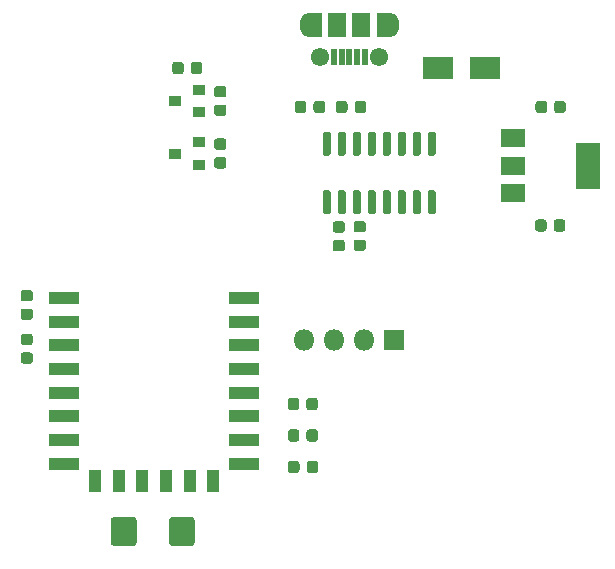
<source format=gbr>
%TF.GenerationSoftware,KiCad,Pcbnew,5.1.6-c6e7f7d~87~ubuntu20.04.1*%
%TF.CreationDate,2020-07-30T14:09:28+02:00*%
%TF.ProjectId,ESP8266-WS2812-Puck,45535038-3236-4362-9d57-53323831322d,rev?*%
%TF.SameCoordinates,Original*%
%TF.FileFunction,Soldermask,Top*%
%TF.FilePolarity,Negative*%
%FSLAX46Y46*%
G04 Gerber Fmt 4.6, Leading zero omitted, Abs format (unit mm)*
G04 Created by KiCad (PCBNEW 5.1.6-c6e7f7d~87~ubuntu20.04.1) date 2020-07-30 14:09:28*
%MOMM*%
%LPD*%
G01*
G04 APERTURE LIST*
%ADD10R,1.600000X2.000000*%
%ADD11C,1.550000*%
%ADD12R,0.500000X1.450000*%
%ADD13O,1.300000X2.000000*%
%ADD14R,1.300000X2.000000*%
%ADD15R,2.600000X1.100000*%
%ADD16R,1.100000X1.900000*%
%ADD17R,2.100000X3.900000*%
%ADD18R,2.100000X1.600000*%
%ADD19R,2.600000X1.900000*%
%ADD20R,1.000000X0.900000*%
%ADD21R,1.800000X1.800000*%
%ADD22O,1.800000X1.800000*%
G04 APERTURE END LIST*
D10*
%TO.C,J2*%
X148860000Y-69882500D03*
D11*
X152360000Y-72582500D03*
D12*
X150510000Y-72582500D03*
X151160000Y-72582500D03*
X148560000Y-72582500D03*
X149210000Y-72582500D03*
X149860000Y-72582500D03*
D11*
X147360000Y-72582500D03*
D10*
X150860000Y-69882500D03*
D13*
X153360000Y-69882500D03*
X146360000Y-69882500D03*
D14*
X146960000Y-69882500D03*
X152760000Y-69882500D03*
%TD*%
D15*
%TO.C,U1*%
X125750000Y-93020000D03*
X125750000Y-95020000D03*
X125750000Y-97020000D03*
X125750000Y-99020000D03*
X125750000Y-101020000D03*
X125750000Y-103020000D03*
X125750000Y-105020000D03*
X125750000Y-107020000D03*
D16*
X128350000Y-108520000D03*
X130350000Y-108520000D03*
X132350000Y-108520000D03*
X134350000Y-108520000D03*
X136350000Y-108520000D03*
X138350000Y-108520000D03*
D15*
X140950000Y-107020000D03*
X140950000Y-105020000D03*
X140950000Y-103020000D03*
X140950000Y-101020000D03*
X140950000Y-99020000D03*
X140950000Y-97020000D03*
X140950000Y-95020000D03*
X140950000Y-93020000D03*
%TD*%
D17*
%TO.C,U2*%
X170053000Y-81788000D03*
D18*
X163753000Y-81788000D03*
X163753000Y-84088000D03*
X163753000Y-79488000D03*
%TD*%
%TO.C,U3*%
G36*
G01*
X148130000Y-85923000D02*
X147780000Y-85923000D01*
G75*
G02*
X147605000Y-85748000I0J175000D01*
G01*
X147605000Y-84048000D01*
G75*
G02*
X147780000Y-83873000I175000J0D01*
G01*
X148130000Y-83873000D01*
G75*
G02*
X148305000Y-84048000I0J-175000D01*
G01*
X148305000Y-85748000D01*
G75*
G02*
X148130000Y-85923000I-175000J0D01*
G01*
G37*
G36*
G01*
X149400000Y-85923000D02*
X149050000Y-85923000D01*
G75*
G02*
X148875000Y-85748000I0J175000D01*
G01*
X148875000Y-84048000D01*
G75*
G02*
X149050000Y-83873000I175000J0D01*
G01*
X149400000Y-83873000D01*
G75*
G02*
X149575000Y-84048000I0J-175000D01*
G01*
X149575000Y-85748000D01*
G75*
G02*
X149400000Y-85923000I-175000J0D01*
G01*
G37*
G36*
G01*
X150670000Y-85923000D02*
X150320000Y-85923000D01*
G75*
G02*
X150145000Y-85748000I0J175000D01*
G01*
X150145000Y-84048000D01*
G75*
G02*
X150320000Y-83873000I175000J0D01*
G01*
X150670000Y-83873000D01*
G75*
G02*
X150845000Y-84048000I0J-175000D01*
G01*
X150845000Y-85748000D01*
G75*
G02*
X150670000Y-85923000I-175000J0D01*
G01*
G37*
G36*
G01*
X151940000Y-85923000D02*
X151590000Y-85923000D01*
G75*
G02*
X151415000Y-85748000I0J175000D01*
G01*
X151415000Y-84048000D01*
G75*
G02*
X151590000Y-83873000I175000J0D01*
G01*
X151940000Y-83873000D01*
G75*
G02*
X152115000Y-84048000I0J-175000D01*
G01*
X152115000Y-85748000D01*
G75*
G02*
X151940000Y-85923000I-175000J0D01*
G01*
G37*
G36*
G01*
X153210000Y-85923000D02*
X152860000Y-85923000D01*
G75*
G02*
X152685000Y-85748000I0J175000D01*
G01*
X152685000Y-84048000D01*
G75*
G02*
X152860000Y-83873000I175000J0D01*
G01*
X153210000Y-83873000D01*
G75*
G02*
X153385000Y-84048000I0J-175000D01*
G01*
X153385000Y-85748000D01*
G75*
G02*
X153210000Y-85923000I-175000J0D01*
G01*
G37*
G36*
G01*
X154480000Y-85923000D02*
X154130000Y-85923000D01*
G75*
G02*
X153955000Y-85748000I0J175000D01*
G01*
X153955000Y-84048000D01*
G75*
G02*
X154130000Y-83873000I175000J0D01*
G01*
X154480000Y-83873000D01*
G75*
G02*
X154655000Y-84048000I0J-175000D01*
G01*
X154655000Y-85748000D01*
G75*
G02*
X154480000Y-85923000I-175000J0D01*
G01*
G37*
G36*
G01*
X155750000Y-85923000D02*
X155400000Y-85923000D01*
G75*
G02*
X155225000Y-85748000I0J175000D01*
G01*
X155225000Y-84048000D01*
G75*
G02*
X155400000Y-83873000I175000J0D01*
G01*
X155750000Y-83873000D01*
G75*
G02*
X155925000Y-84048000I0J-175000D01*
G01*
X155925000Y-85748000D01*
G75*
G02*
X155750000Y-85923000I-175000J0D01*
G01*
G37*
G36*
G01*
X157020000Y-85923000D02*
X156670000Y-85923000D01*
G75*
G02*
X156495000Y-85748000I0J175000D01*
G01*
X156495000Y-84048000D01*
G75*
G02*
X156670000Y-83873000I175000J0D01*
G01*
X157020000Y-83873000D01*
G75*
G02*
X157195000Y-84048000I0J-175000D01*
G01*
X157195000Y-85748000D01*
G75*
G02*
X157020000Y-85923000I-175000J0D01*
G01*
G37*
G36*
G01*
X157020000Y-80973000D02*
X156670000Y-80973000D01*
G75*
G02*
X156495000Y-80798000I0J175000D01*
G01*
X156495000Y-79098000D01*
G75*
G02*
X156670000Y-78923000I175000J0D01*
G01*
X157020000Y-78923000D01*
G75*
G02*
X157195000Y-79098000I0J-175000D01*
G01*
X157195000Y-80798000D01*
G75*
G02*
X157020000Y-80973000I-175000J0D01*
G01*
G37*
G36*
G01*
X155750000Y-80973000D02*
X155400000Y-80973000D01*
G75*
G02*
X155225000Y-80798000I0J175000D01*
G01*
X155225000Y-79098000D01*
G75*
G02*
X155400000Y-78923000I175000J0D01*
G01*
X155750000Y-78923000D01*
G75*
G02*
X155925000Y-79098000I0J-175000D01*
G01*
X155925000Y-80798000D01*
G75*
G02*
X155750000Y-80973000I-175000J0D01*
G01*
G37*
G36*
G01*
X154480000Y-80973000D02*
X154130000Y-80973000D01*
G75*
G02*
X153955000Y-80798000I0J175000D01*
G01*
X153955000Y-79098000D01*
G75*
G02*
X154130000Y-78923000I175000J0D01*
G01*
X154480000Y-78923000D01*
G75*
G02*
X154655000Y-79098000I0J-175000D01*
G01*
X154655000Y-80798000D01*
G75*
G02*
X154480000Y-80973000I-175000J0D01*
G01*
G37*
G36*
G01*
X153210000Y-80973000D02*
X152860000Y-80973000D01*
G75*
G02*
X152685000Y-80798000I0J175000D01*
G01*
X152685000Y-79098000D01*
G75*
G02*
X152860000Y-78923000I175000J0D01*
G01*
X153210000Y-78923000D01*
G75*
G02*
X153385000Y-79098000I0J-175000D01*
G01*
X153385000Y-80798000D01*
G75*
G02*
X153210000Y-80973000I-175000J0D01*
G01*
G37*
G36*
G01*
X151940000Y-80973000D02*
X151590000Y-80973000D01*
G75*
G02*
X151415000Y-80798000I0J175000D01*
G01*
X151415000Y-79098000D01*
G75*
G02*
X151590000Y-78923000I175000J0D01*
G01*
X151940000Y-78923000D01*
G75*
G02*
X152115000Y-79098000I0J-175000D01*
G01*
X152115000Y-80798000D01*
G75*
G02*
X151940000Y-80973000I-175000J0D01*
G01*
G37*
G36*
G01*
X150670000Y-80973000D02*
X150320000Y-80973000D01*
G75*
G02*
X150145000Y-80798000I0J175000D01*
G01*
X150145000Y-79098000D01*
G75*
G02*
X150320000Y-78923000I175000J0D01*
G01*
X150670000Y-78923000D01*
G75*
G02*
X150845000Y-79098000I0J-175000D01*
G01*
X150845000Y-80798000D01*
G75*
G02*
X150670000Y-80973000I-175000J0D01*
G01*
G37*
G36*
G01*
X149400000Y-80973000D02*
X149050000Y-80973000D01*
G75*
G02*
X148875000Y-80798000I0J175000D01*
G01*
X148875000Y-79098000D01*
G75*
G02*
X149050000Y-78923000I175000J0D01*
G01*
X149400000Y-78923000D01*
G75*
G02*
X149575000Y-79098000I0J-175000D01*
G01*
X149575000Y-80798000D01*
G75*
G02*
X149400000Y-80973000I-175000J0D01*
G01*
G37*
G36*
G01*
X148130000Y-80973000D02*
X147780000Y-80973000D01*
G75*
G02*
X147605000Y-80798000I0J175000D01*
G01*
X147605000Y-79098000D01*
G75*
G02*
X147780000Y-78923000I175000J0D01*
G01*
X148130000Y-78923000D01*
G75*
G02*
X148305000Y-79098000I0J-175000D01*
G01*
X148305000Y-80798000D01*
G75*
G02*
X148130000Y-80973000I-175000J0D01*
G01*
G37*
%TD*%
%TO.C,C1*%
G36*
G01*
X165603000Y-87149250D02*
X165603000Y-86586750D01*
G75*
G02*
X165846750Y-86343000I243750J0D01*
G01*
X166334250Y-86343000D01*
G75*
G02*
X166578000Y-86586750I0J-243750D01*
G01*
X166578000Y-87149250D01*
G75*
G02*
X166334250Y-87393000I-243750J0D01*
G01*
X165846750Y-87393000D01*
G75*
G02*
X165603000Y-87149250I0J243750D01*
G01*
G37*
G36*
G01*
X167178000Y-87149250D02*
X167178000Y-86586750D01*
G75*
G02*
X167421750Y-86343000I243750J0D01*
G01*
X167909250Y-86343000D01*
G75*
G02*
X168153000Y-86586750I0J-243750D01*
G01*
X168153000Y-87149250D01*
G75*
G02*
X167909250Y-87393000I-243750J0D01*
G01*
X167421750Y-87393000D01*
G75*
G02*
X167178000Y-87149250I0J243750D01*
G01*
G37*
%TD*%
%TO.C,C2*%
G36*
G01*
X166603500Y-76553750D02*
X166603500Y-77116250D01*
G75*
G02*
X166359750Y-77360000I-243750J0D01*
G01*
X165872250Y-77360000D01*
G75*
G02*
X165628500Y-77116250I0J243750D01*
G01*
X165628500Y-76553750D01*
G75*
G02*
X165872250Y-76310000I243750J0D01*
G01*
X166359750Y-76310000D01*
G75*
G02*
X166603500Y-76553750I0J-243750D01*
G01*
G37*
G36*
G01*
X168178500Y-76553750D02*
X168178500Y-77116250D01*
G75*
G02*
X167934750Y-77360000I-243750J0D01*
G01*
X167447250Y-77360000D01*
G75*
G02*
X167203500Y-77116250I0J243750D01*
G01*
X167203500Y-76553750D01*
G75*
G02*
X167447250Y-76310000I243750J0D01*
G01*
X167934750Y-76310000D01*
G75*
G02*
X168178500Y-76553750I0J-243750D01*
G01*
G37*
%TD*%
%TO.C,C3*%
G36*
G01*
X134869000Y-73814250D02*
X134869000Y-73251750D01*
G75*
G02*
X135112750Y-73008000I243750J0D01*
G01*
X135600250Y-73008000D01*
G75*
G02*
X135844000Y-73251750I0J-243750D01*
G01*
X135844000Y-73814250D01*
G75*
G02*
X135600250Y-74058000I-243750J0D01*
G01*
X135112750Y-74058000D01*
G75*
G02*
X134869000Y-73814250I0J243750D01*
G01*
G37*
G36*
G01*
X136444000Y-73814250D02*
X136444000Y-73251750D01*
G75*
G02*
X136687750Y-73008000I243750J0D01*
G01*
X137175250Y-73008000D01*
G75*
G02*
X137419000Y-73251750I0J-243750D01*
G01*
X137419000Y-73814250D01*
G75*
G02*
X137175250Y-74058000I-243750J0D01*
G01*
X136687750Y-74058000D01*
G75*
G02*
X136444000Y-73814250I0J243750D01*
G01*
G37*
%TD*%
%TO.C,C4*%
G36*
G01*
X129673000Y-113738952D02*
X129673000Y-111813048D01*
G75*
G02*
X129935048Y-111551000I262048J0D01*
G01*
X131585952Y-111551000D01*
G75*
G02*
X131848000Y-111813048I0J-262048D01*
G01*
X131848000Y-113738952D01*
G75*
G02*
X131585952Y-114001000I-262048J0D01*
G01*
X129935048Y-114001000D01*
G75*
G02*
X129673000Y-113738952I0J262048D01*
G01*
G37*
G36*
G01*
X134598000Y-113738952D02*
X134598000Y-111813048D01*
G75*
G02*
X134860048Y-111551000I262048J0D01*
G01*
X136510952Y-111551000D01*
G75*
G02*
X136773000Y-111813048I0J-262048D01*
G01*
X136773000Y-113738952D01*
G75*
G02*
X136510952Y-114001000I-262048J0D01*
G01*
X134860048Y-114001000D01*
G75*
G02*
X134598000Y-113738952I0J262048D01*
G01*
G37*
%TD*%
%TO.C,C5*%
G36*
G01*
X146232500Y-76553750D02*
X146232500Y-77116250D01*
G75*
G02*
X145988750Y-77360000I-243750J0D01*
G01*
X145501250Y-77360000D01*
G75*
G02*
X145257500Y-77116250I0J243750D01*
G01*
X145257500Y-76553750D01*
G75*
G02*
X145501250Y-76310000I243750J0D01*
G01*
X145988750Y-76310000D01*
G75*
G02*
X146232500Y-76553750I0J-243750D01*
G01*
G37*
G36*
G01*
X147807500Y-76553750D02*
X147807500Y-77116250D01*
G75*
G02*
X147563750Y-77360000I-243750J0D01*
G01*
X147076250Y-77360000D01*
G75*
G02*
X146832500Y-77116250I0J243750D01*
G01*
X146832500Y-76553750D01*
G75*
G02*
X147076250Y-76310000I243750J0D01*
G01*
X147563750Y-76310000D01*
G75*
G02*
X147807500Y-76553750I0J-243750D01*
G01*
G37*
%TD*%
%TO.C,C6*%
G36*
G01*
X148737500Y-77116250D02*
X148737500Y-76553750D01*
G75*
G02*
X148981250Y-76310000I243750J0D01*
G01*
X149468750Y-76310000D01*
G75*
G02*
X149712500Y-76553750I0J-243750D01*
G01*
X149712500Y-77116250D01*
G75*
G02*
X149468750Y-77360000I-243750J0D01*
G01*
X148981250Y-77360000D01*
G75*
G02*
X148737500Y-77116250I0J243750D01*
G01*
G37*
G36*
G01*
X150312500Y-77116250D02*
X150312500Y-76553750D01*
G75*
G02*
X150556250Y-76310000I243750J0D01*
G01*
X151043750Y-76310000D01*
G75*
G02*
X151287500Y-76553750I0J-243750D01*
G01*
X151287500Y-77116250D01*
G75*
G02*
X151043750Y-77360000I-243750J0D01*
G01*
X150556250Y-77360000D01*
G75*
G02*
X150312500Y-77116250I0J243750D01*
G01*
G37*
%TD*%
D19*
%TO.C,D1*%
X161385000Y-73533000D03*
X157385000Y-73533000D03*
%TD*%
D20*
%TO.C,Q1*%
X137144000Y-77277000D03*
X137144000Y-75377000D03*
X135144000Y-76327000D03*
%TD*%
%TO.C,Q2*%
X135144000Y-80772000D03*
X137144000Y-79822000D03*
X137144000Y-81722000D03*
%TD*%
%TO.C,R5*%
G36*
G01*
X144648000Y-102262250D02*
X144648000Y-101699750D01*
G75*
G02*
X144891750Y-101456000I243750J0D01*
G01*
X145379250Y-101456000D01*
G75*
G02*
X145623000Y-101699750I0J-243750D01*
G01*
X145623000Y-102262250D01*
G75*
G02*
X145379250Y-102506000I-243750J0D01*
G01*
X144891750Y-102506000D01*
G75*
G02*
X144648000Y-102262250I0J243750D01*
G01*
G37*
G36*
G01*
X146223000Y-102262250D02*
X146223000Y-101699750D01*
G75*
G02*
X146466750Y-101456000I243750J0D01*
G01*
X146954250Y-101456000D01*
G75*
G02*
X147198000Y-101699750I0J-243750D01*
G01*
X147198000Y-102262250D01*
G75*
G02*
X146954250Y-102506000I-243750J0D01*
G01*
X146466750Y-102506000D01*
G75*
G02*
X146223000Y-102262250I0J243750D01*
G01*
G37*
%TD*%
%TO.C,R6*%
G36*
G01*
X144662000Y-104929250D02*
X144662000Y-104366750D01*
G75*
G02*
X144905750Y-104123000I243750J0D01*
G01*
X145393250Y-104123000D01*
G75*
G02*
X145637000Y-104366750I0J-243750D01*
G01*
X145637000Y-104929250D01*
G75*
G02*
X145393250Y-105173000I-243750J0D01*
G01*
X144905750Y-105173000D01*
G75*
G02*
X144662000Y-104929250I0J243750D01*
G01*
G37*
G36*
G01*
X146237000Y-104929250D02*
X146237000Y-104366750D01*
G75*
G02*
X146480750Y-104123000I243750J0D01*
G01*
X146968250Y-104123000D01*
G75*
G02*
X147212000Y-104366750I0J-243750D01*
G01*
X147212000Y-104929250D01*
G75*
G02*
X146968250Y-105173000I-243750J0D01*
G01*
X146480750Y-105173000D01*
G75*
G02*
X146237000Y-104929250I0J243750D01*
G01*
G37*
%TD*%
%TO.C,R7*%
G36*
G01*
X122836250Y-97007500D02*
X122273750Y-97007500D01*
G75*
G02*
X122030000Y-96763750I0J243750D01*
G01*
X122030000Y-96276250D01*
G75*
G02*
X122273750Y-96032500I243750J0D01*
G01*
X122836250Y-96032500D01*
G75*
G02*
X123080000Y-96276250I0J-243750D01*
G01*
X123080000Y-96763750D01*
G75*
G02*
X122836250Y-97007500I-243750J0D01*
G01*
G37*
G36*
G01*
X122836250Y-98582500D02*
X122273750Y-98582500D01*
G75*
G02*
X122030000Y-98338750I0J243750D01*
G01*
X122030000Y-97851250D01*
G75*
G02*
X122273750Y-97607500I243750J0D01*
G01*
X122836250Y-97607500D01*
G75*
G02*
X123080000Y-97851250I0J-243750D01*
G01*
X123080000Y-98338750D01*
G75*
G02*
X122836250Y-98582500I-243750J0D01*
G01*
G37*
%TD*%
%TO.C,R8*%
G36*
G01*
X122273750Y-92324000D02*
X122836250Y-92324000D01*
G75*
G02*
X123080000Y-92567750I0J-243750D01*
G01*
X123080000Y-93055250D01*
G75*
G02*
X122836250Y-93299000I-243750J0D01*
G01*
X122273750Y-93299000D01*
G75*
G02*
X122030000Y-93055250I0J243750D01*
G01*
X122030000Y-92567750D01*
G75*
G02*
X122273750Y-92324000I243750J0D01*
G01*
G37*
G36*
G01*
X122273750Y-93899000D02*
X122836250Y-93899000D01*
G75*
G02*
X123080000Y-94142750I0J-243750D01*
G01*
X123080000Y-94630250D01*
G75*
G02*
X122836250Y-94874000I-243750J0D01*
G01*
X122273750Y-94874000D01*
G75*
G02*
X122030000Y-94630250I0J243750D01*
G01*
X122030000Y-94142750D01*
G75*
G02*
X122273750Y-93899000I243750J0D01*
G01*
G37*
%TD*%
%TO.C,R9*%
G36*
G01*
X146248500Y-107596250D02*
X146248500Y-107033750D01*
G75*
G02*
X146492250Y-106790000I243750J0D01*
G01*
X146979750Y-106790000D01*
G75*
G02*
X147223500Y-107033750I0J-243750D01*
G01*
X147223500Y-107596250D01*
G75*
G02*
X146979750Y-107840000I-243750J0D01*
G01*
X146492250Y-107840000D01*
G75*
G02*
X146248500Y-107596250I0J243750D01*
G01*
G37*
G36*
G01*
X144673500Y-107596250D02*
X144673500Y-107033750D01*
G75*
G02*
X144917250Y-106790000I243750J0D01*
G01*
X145404750Y-106790000D01*
G75*
G02*
X145648500Y-107033750I0J-243750D01*
G01*
X145648500Y-107596250D01*
G75*
G02*
X145404750Y-107840000I-243750J0D01*
G01*
X144917250Y-107840000D01*
G75*
G02*
X144673500Y-107596250I0J243750D01*
G01*
G37*
%TD*%
%TO.C,R10*%
G36*
G01*
X149252250Y-89057500D02*
X148689750Y-89057500D01*
G75*
G02*
X148446000Y-88813750I0J243750D01*
G01*
X148446000Y-88326250D01*
G75*
G02*
X148689750Y-88082500I243750J0D01*
G01*
X149252250Y-88082500D01*
G75*
G02*
X149496000Y-88326250I0J-243750D01*
G01*
X149496000Y-88813750D01*
G75*
G02*
X149252250Y-89057500I-243750J0D01*
G01*
G37*
G36*
G01*
X149252250Y-87482500D02*
X148689750Y-87482500D01*
G75*
G02*
X148446000Y-87238750I0J243750D01*
G01*
X148446000Y-86751250D01*
G75*
G02*
X148689750Y-86507500I243750J0D01*
G01*
X149252250Y-86507500D01*
G75*
G02*
X149496000Y-86751250I0J-243750D01*
G01*
X149496000Y-87238750D01*
G75*
G02*
X149252250Y-87482500I-243750J0D01*
G01*
G37*
%TD*%
%TO.C,R11*%
G36*
G01*
X151030250Y-87457000D02*
X150467750Y-87457000D01*
G75*
G02*
X150224000Y-87213250I0J243750D01*
G01*
X150224000Y-86725750D01*
G75*
G02*
X150467750Y-86482000I243750J0D01*
G01*
X151030250Y-86482000D01*
G75*
G02*
X151274000Y-86725750I0J-243750D01*
G01*
X151274000Y-87213250D01*
G75*
G02*
X151030250Y-87457000I-243750J0D01*
G01*
G37*
G36*
G01*
X151030250Y-89032000D02*
X150467750Y-89032000D01*
G75*
G02*
X150224000Y-88788250I0J243750D01*
G01*
X150224000Y-88300750D01*
G75*
G02*
X150467750Y-88057000I243750J0D01*
G01*
X151030250Y-88057000D01*
G75*
G02*
X151274000Y-88300750I0J-243750D01*
G01*
X151274000Y-88788250D01*
G75*
G02*
X151030250Y-89032000I-243750J0D01*
G01*
G37*
%TD*%
%TO.C,R12*%
G36*
G01*
X138656750Y-75052000D02*
X139219250Y-75052000D01*
G75*
G02*
X139463000Y-75295750I0J-243750D01*
G01*
X139463000Y-75783250D01*
G75*
G02*
X139219250Y-76027000I-243750J0D01*
G01*
X138656750Y-76027000D01*
G75*
G02*
X138413000Y-75783250I0J243750D01*
G01*
X138413000Y-75295750D01*
G75*
G02*
X138656750Y-75052000I243750J0D01*
G01*
G37*
G36*
G01*
X138656750Y-76627000D02*
X139219250Y-76627000D01*
G75*
G02*
X139463000Y-76870750I0J-243750D01*
G01*
X139463000Y-77358250D01*
G75*
G02*
X139219250Y-77602000I-243750J0D01*
G01*
X138656750Y-77602000D01*
G75*
G02*
X138413000Y-77358250I0J243750D01*
G01*
X138413000Y-76870750D01*
G75*
G02*
X138656750Y-76627000I243750J0D01*
G01*
G37*
%TD*%
%TO.C,R13*%
G36*
G01*
X138656750Y-81072000D02*
X139219250Y-81072000D01*
G75*
G02*
X139463000Y-81315750I0J-243750D01*
G01*
X139463000Y-81803250D01*
G75*
G02*
X139219250Y-82047000I-243750J0D01*
G01*
X138656750Y-82047000D01*
G75*
G02*
X138413000Y-81803250I0J243750D01*
G01*
X138413000Y-81315750D01*
G75*
G02*
X138656750Y-81072000I243750J0D01*
G01*
G37*
G36*
G01*
X138656750Y-79497000D02*
X139219250Y-79497000D01*
G75*
G02*
X139463000Y-79740750I0J-243750D01*
G01*
X139463000Y-80228250D01*
G75*
G02*
X139219250Y-80472000I-243750J0D01*
G01*
X138656750Y-80472000D01*
G75*
G02*
X138413000Y-80228250I0J243750D01*
G01*
X138413000Y-79740750D01*
G75*
G02*
X138656750Y-79497000I243750J0D01*
G01*
G37*
%TD*%
D21*
%TO.C,J1*%
X153670000Y-96520000D03*
D22*
X151130000Y-96520000D03*
X148590000Y-96520000D03*
X146050000Y-96520000D03*
%TD*%
M02*

</source>
